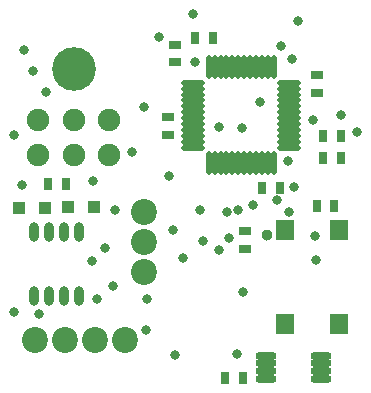
<source format=gts>
G04 Layer_Color=8388736*
%FSLAX44Y44*%
%MOMM*%
G71*
G01*
G75*
%ADD33R,1.0000X0.7000*%
%ADD34O,2.0000X0.5000*%
%ADD35O,0.5000X2.0000*%
%ADD36O,1.8000X0.6800*%
%ADD37R,0.7000X1.0000*%
%ADD38O,0.8000X1.7000*%
%ADD39R,1.0000X1.0000*%
%ADD40R,1.6000X1.7500*%
%ADD41C,2.2000*%
%ADD42C,3.7000*%
%ADD43C,1.9000*%
%ADD44C,0.8096*%
%ADD45C,0.8000*%
%ADD46C,0.9620*%
D33*
X209804Y352566D02*
D03*
Y337566D02*
D03*
X203962Y290964D02*
D03*
Y275964D02*
D03*
X269494Y194698D02*
D03*
Y179698D02*
D03*
X330200Y311524D02*
D03*
Y326524D02*
D03*
D34*
X225692Y320362D02*
D03*
Y315362D02*
D03*
Y310362D02*
D03*
Y305362D02*
D03*
Y300362D02*
D03*
Y295362D02*
D03*
Y290362D02*
D03*
Y285362D02*
D03*
Y280362D02*
D03*
Y275362D02*
D03*
Y270362D02*
D03*
Y265362D02*
D03*
X306692D02*
D03*
Y270362D02*
D03*
Y275362D02*
D03*
Y280362D02*
D03*
Y285362D02*
D03*
Y290362D02*
D03*
Y295362D02*
D03*
Y300362D02*
D03*
Y305362D02*
D03*
Y310362D02*
D03*
Y315362D02*
D03*
Y320362D02*
D03*
D35*
X238692Y252362D02*
D03*
X243692D02*
D03*
X248692D02*
D03*
X253692D02*
D03*
X258692D02*
D03*
X263692D02*
D03*
X268692D02*
D03*
X273692D02*
D03*
X278692D02*
D03*
X283692D02*
D03*
X288692D02*
D03*
X293692D02*
D03*
Y333362D02*
D03*
X288692D02*
D03*
X283692D02*
D03*
X278692D02*
D03*
X273692D02*
D03*
X268692D02*
D03*
X263692D02*
D03*
X258692D02*
D03*
X253692D02*
D03*
X248692D02*
D03*
X243692D02*
D03*
X238692D02*
D03*
D36*
X287388Y89252D02*
D03*
Y82752D02*
D03*
Y76252D02*
D03*
Y69752D02*
D03*
X333388Y89252D02*
D03*
Y82752D02*
D03*
Y76252D02*
D03*
Y69752D02*
D03*
D37*
X242196Y358394D02*
D03*
X227196D02*
D03*
X344932Y215766D02*
D03*
X329932D02*
D03*
X102736Y234442D02*
D03*
X117736D02*
D03*
X335654Y256540D02*
D03*
X350654D02*
D03*
X284092Y231648D02*
D03*
X299092D02*
D03*
X335400Y275590D02*
D03*
X350400D02*
D03*
X267342Y70612D02*
D03*
X252342D02*
D03*
D38*
X90424Y139878D02*
D03*
X103124D02*
D03*
X115824D02*
D03*
X128524D02*
D03*
X90424Y193878D02*
D03*
X128524D02*
D03*
X115824D02*
D03*
X103124D02*
D03*
D39*
X141810Y214884D02*
D03*
X119810D02*
D03*
X78408Y214630D02*
D03*
X100408D02*
D03*
D40*
X303022Y195834D02*
D03*
Y116334D02*
D03*
X349022Y195834D02*
D03*
Y116334D02*
D03*
D41*
X91186Y102362D02*
D03*
X116586D02*
D03*
X167386D02*
D03*
X141986D02*
D03*
X183896Y211074D02*
D03*
Y185674D02*
D03*
Y160274D02*
D03*
D42*
X124460Y331978D02*
D03*
D43*
Y288778D02*
D03*
X94460D02*
D03*
X154460D02*
D03*
Y258778D02*
D03*
X124460D02*
D03*
X94460D02*
D03*
D44*
X314198Y372872D02*
D03*
X299974Y351536D02*
D03*
X204724Y241046D02*
D03*
X281686Y304292D02*
D03*
X266954Y281940D02*
D03*
X327152Y288544D02*
D03*
X305562Y254508D02*
D03*
X89916Y329946D02*
D03*
X82550Y348234D02*
D03*
X173990Y262128D02*
D03*
X184150Y299974D02*
D03*
X225298Y378206D02*
D03*
X196850Y359156D02*
D03*
X231648Y212344D02*
D03*
X233680Y186182D02*
D03*
X276098Y216662D02*
D03*
X216662Y172212D02*
D03*
X328422Y190500D02*
D03*
X329692Y170688D02*
D03*
X255778Y188722D02*
D03*
X100584Y312928D02*
D03*
X157988Y148336D02*
D03*
X94742Y124206D02*
D03*
X267970Y143256D02*
D03*
X208026Y195834D02*
D03*
X159004Y212344D02*
D03*
X139954Y169418D02*
D03*
X185928Y110998D02*
D03*
X210312Y89916D02*
D03*
X80518Y233934D02*
D03*
X140716Y237490D02*
D03*
X296672Y220726D02*
D03*
X254254Y211328D02*
D03*
D45*
X311150Y232156D02*
D03*
X309372Y340614D02*
D03*
X227330Y337566D02*
D03*
X247142Y283210D02*
D03*
X263398Y212852D02*
D03*
X350520Y292862D02*
D03*
X364442Y278686D02*
D03*
X262636Y90678D02*
D03*
X306832Y210820D02*
D03*
X150622Y180848D02*
D03*
X186436Y136906D02*
D03*
X144272D02*
D03*
X73406Y276098D02*
D03*
Y125984D02*
D03*
X247142Y179070D02*
D03*
D46*
X287782Y191262D02*
D03*
M02*

</source>
